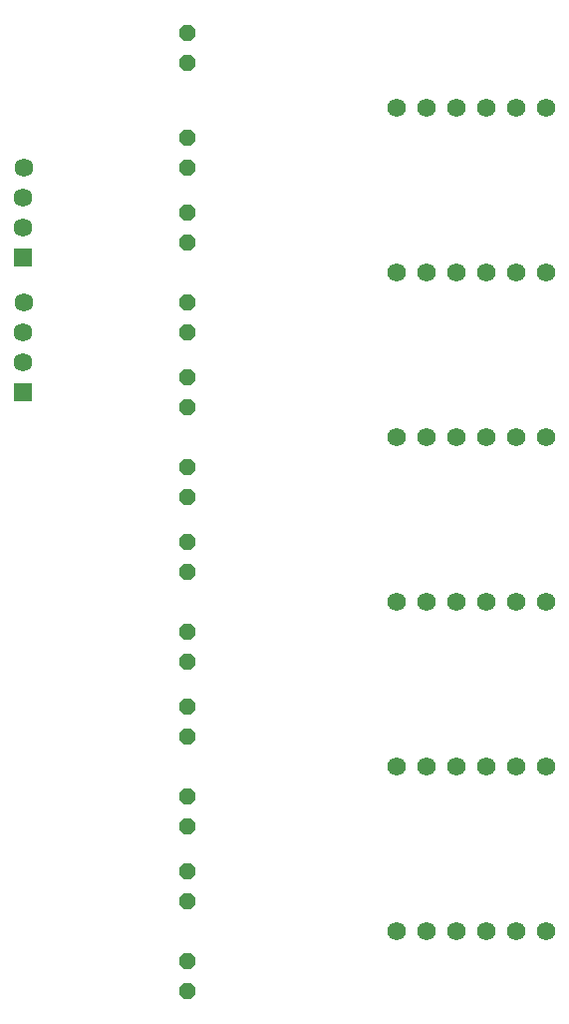
<source format=gbr>
G04 EAGLE Gerber RS-274X export*
G75*
%MOMM*%
%FSLAX34Y34*%
%LPD*%
%INTop Copper*%
%IPPOS*%
%AMOC8*
5,1,8,0,0,1.08239X$1,22.5*%
G01*
%ADD10C,1.575000*%
%ADD11R,1.590000X1.590000*%
%ADD12C,1.590000*%
%ADD13P,1.429621X8X112.500000*%


D10*
X469900Y165100D03*
X495300Y165100D03*
X520700Y165100D03*
X546100Y165100D03*
X571500Y165100D03*
X596900Y165100D03*
X469900Y304800D03*
X495300Y304800D03*
X520700Y304800D03*
X546100Y304800D03*
X571500Y304800D03*
X596900Y304800D03*
X469900Y444500D03*
X495300Y444500D03*
X520700Y444500D03*
X546100Y444500D03*
X571500Y444500D03*
X596900Y444500D03*
X469900Y584200D03*
X495300Y584200D03*
X520700Y584200D03*
X546100Y584200D03*
X571500Y584200D03*
X596900Y584200D03*
X469900Y723900D03*
X495300Y723900D03*
X520700Y723900D03*
X546100Y723900D03*
X571500Y723900D03*
X596900Y723900D03*
X469900Y863600D03*
X495300Y863600D03*
X520700Y863600D03*
X546100Y863600D03*
X571500Y863600D03*
X596900Y863600D03*
D11*
X152400Y622300D03*
D12*
X152400Y647700D03*
X152400Y673100D03*
X153400Y698500D03*
D11*
X152400Y736600D03*
D12*
X152400Y762000D03*
X152400Y787400D03*
X153400Y812800D03*
D13*
X292100Y190500D03*
X292100Y215900D03*
X292100Y673100D03*
X292100Y698500D03*
X292100Y901700D03*
X292100Y927100D03*
X292100Y812800D03*
X292100Y838200D03*
X292100Y114300D03*
X292100Y139700D03*
X292100Y330200D03*
X292100Y355600D03*
X292100Y254000D03*
X292100Y279400D03*
X292100Y469900D03*
X292100Y495300D03*
X292100Y393700D03*
X292100Y419100D03*
X292100Y609600D03*
X292100Y635000D03*
X292100Y533400D03*
X292100Y558800D03*
X292100Y749300D03*
X292100Y774700D03*
M02*

</source>
